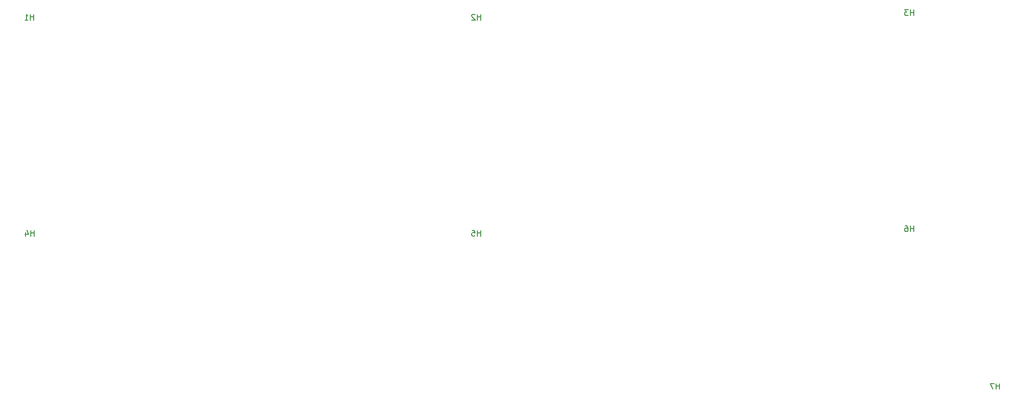
<source format=gbr>
%TF.GenerationSoftware,KiCad,Pcbnew,(5.1.9-0-10_14)*%
%TF.CreationDate,2021-04-19T01:19:29-05:00*%
%TF.ProjectId,wren-left-bottom,7772656e-2d6c-4656-9674-2d626f74746f,rev?*%
%TF.SameCoordinates,Original*%
%TF.FileFunction,Legend,Bot*%
%TF.FilePolarity,Positive*%
%FSLAX46Y46*%
G04 Gerber Fmt 4.6, Leading zero omitted, Abs format (unit mm)*
G04 Created by KiCad (PCBNEW (5.1.9-0-10_14)) date 2021-04-19 01:19:29*
%MOMM*%
%LPD*%
G01*
G04 APERTURE LIST*
%ADD10C,0.150000*%
G04 APERTURE END LIST*
%TO.C,H7*%
D10*
X226980654Y-108402380D02*
X226980654Y-107402380D01*
X226980654Y-107878571D02*
X226409226Y-107878571D01*
X226409226Y-108402380D02*
X226409226Y-107402380D01*
X226028273Y-107402380D02*
X225361607Y-107402380D01*
X225790178Y-108402380D01*
%TO.C,H6*%
X211893404Y-80621130D02*
X211893404Y-79621130D01*
X211893404Y-80097321D02*
X211321976Y-80097321D01*
X211321976Y-80621130D02*
X211321976Y-79621130D01*
X210417214Y-79621130D02*
X210607690Y-79621130D01*
X210702928Y-79668750D01*
X210750547Y-79716369D01*
X210845785Y-79859226D01*
X210893404Y-80049702D01*
X210893404Y-80430654D01*
X210845785Y-80525892D01*
X210798166Y-80573511D01*
X210702928Y-80621130D01*
X210512452Y-80621130D01*
X210417214Y-80573511D01*
X210369595Y-80525892D01*
X210321976Y-80430654D01*
X210321976Y-80192559D01*
X210369595Y-80097321D01*
X210417214Y-80049702D01*
X210512452Y-80002083D01*
X210702928Y-80002083D01*
X210798166Y-80049702D01*
X210845785Y-80097321D01*
X210893404Y-80192559D01*
%TO.C,H5*%
X135699404Y-81414880D02*
X135699404Y-80414880D01*
X135699404Y-80891071D02*
X135127976Y-80891071D01*
X135127976Y-81414880D02*
X135127976Y-80414880D01*
X134175595Y-80414880D02*
X134651785Y-80414880D01*
X134699404Y-80891071D01*
X134651785Y-80843452D01*
X134556547Y-80795833D01*
X134318452Y-80795833D01*
X134223214Y-80843452D01*
X134175595Y-80891071D01*
X134127976Y-80986309D01*
X134127976Y-81224404D01*
X134175595Y-81319642D01*
X134223214Y-81367261D01*
X134318452Y-81414880D01*
X134556547Y-81414880D01*
X134651785Y-81367261D01*
X134699404Y-81319642D01*
%TO.C,H4*%
X57118154Y-81414880D02*
X57118154Y-80414880D01*
X57118154Y-80891071D02*
X56546726Y-80891071D01*
X56546726Y-81414880D02*
X56546726Y-80414880D01*
X55641964Y-80748214D02*
X55641964Y-81414880D01*
X55880059Y-80367261D02*
X56118154Y-81081547D01*
X55499107Y-81081547D01*
%TO.C,H3*%
X211899404Y-42521130D02*
X211899404Y-41521130D01*
X211899404Y-41997321D02*
X211327976Y-41997321D01*
X211327976Y-42521130D02*
X211327976Y-41521130D01*
X210947023Y-41521130D02*
X210327976Y-41521130D01*
X210661309Y-41902083D01*
X210518452Y-41902083D01*
X210423214Y-41949702D01*
X210375595Y-41997321D01*
X210327976Y-42092559D01*
X210327976Y-42330654D01*
X210375595Y-42425892D01*
X210423214Y-42473511D01*
X210518452Y-42521130D01*
X210804166Y-42521130D01*
X210899404Y-42473511D01*
X210947023Y-42425892D01*
%TO.C,H2*%
X135699404Y-43314880D02*
X135699404Y-42314880D01*
X135699404Y-42791071D02*
X135127976Y-42791071D01*
X135127976Y-43314880D02*
X135127976Y-42314880D01*
X134699404Y-42410119D02*
X134651785Y-42362500D01*
X134556547Y-42314880D01*
X134318452Y-42314880D01*
X134223214Y-42362500D01*
X134175595Y-42410119D01*
X134127976Y-42505357D01*
X134127976Y-42600595D01*
X134175595Y-42743452D01*
X134747023Y-43314880D01*
X134127976Y-43314880D01*
%TO.C,H1*%
X57075404Y-43314880D02*
X57075404Y-42314880D01*
X57075404Y-42791071D02*
X56503976Y-42791071D01*
X56503976Y-43314880D02*
X56503976Y-42314880D01*
X55503976Y-43314880D02*
X56075404Y-43314880D01*
X55789690Y-43314880D02*
X55789690Y-42314880D01*
X55884928Y-42457738D01*
X55980166Y-42552976D01*
X56075404Y-42600595D01*
%TD*%
M02*

</source>
